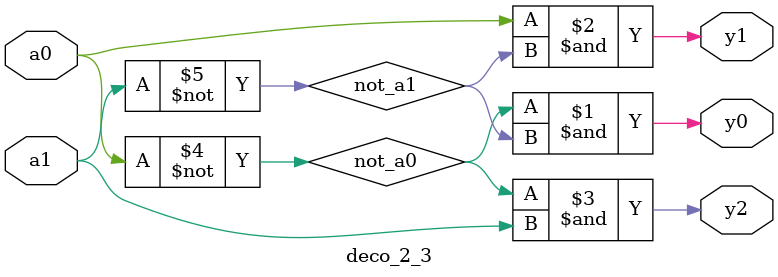
<source format=sv>
module deco_2_3

(

	input logic a0,        
	input logic a1,  
	output logic y0,	
	output logic y1,
	output logic y2

);
	
	wire logic not_a0;
	wire logic not_a1;
	
	not not0(not_a0,a0);
	not not1(not_a1,a1);
	
	and and0(y0,not_a0,not_a1);
	and and1(y1,a0,not_a1);
	and and2(y2,not_a0,a1);
	
endmodule
</source>
